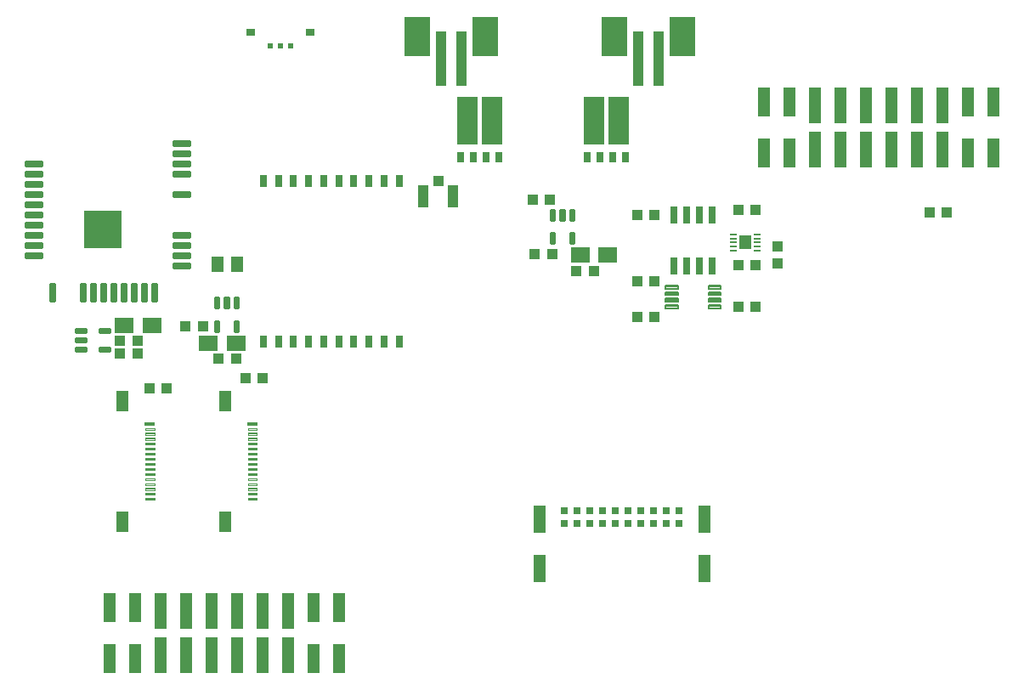
<source format=gbr>
G04 EAGLE Gerber RS-274X export*
G75*
%MOMM*%
%FSLAX34Y34*%
%LPD*%
%INSolderpaste Top*%
%IPPOS*%
%AMOC8*
5,1,8,0,0,1.08239X$1,22.5*%
G01*
%ADD10R,1.270000X3.000000*%
%ADD11R,1.270000X3.680000*%
%ADD12C,0.350000*%
%ADD13R,3.700000X3.700000*%
%ADD14R,0.635000X1.270000*%
%ADD15C,0.243678*%
%ADD16R,1.950000X1.500000*%
%ADD17R,1.050000X1.080000*%
%ADD18R,0.720000X1.780000*%
%ADD19R,1.100000X1.000000*%
%ADD20C,0.196759*%
%ADD21R,1.000000X1.100000*%
%ADD22R,0.900000X0.700000*%
%ADD23R,0.600000X0.600000*%
%ADD24R,2.082800X4.851400*%
%ADD25R,0.762000X0.990600*%
%ADD26R,1.000000X5.500000*%
%ADD27R,2.600000X4.000000*%
%ADD28C,0.120000*%
%ADD29R,1.000000X0.300000*%
%ADD30R,1.300000X2.000000*%
%ADD31R,0.800000X0.800000*%
%ADD32R,1.200000X2.700000*%
%ADD33R,0.650000X0.200000*%
%ADD34R,1.300000X1.400000*%
%ADD35R,1.050000X2.200000*%
%ADD36R,1.050000X1.000000*%
%ADD37R,1.300000X1.500000*%


D10*
X1071400Y1066600D03*
X1096800Y1066600D03*
D11*
X1122200Y1070000D03*
X1147600Y1070000D03*
X1173000Y1070000D03*
X1198400Y1070000D03*
X1223800Y1070000D03*
X1249200Y1070000D03*
D10*
X1274600Y1066600D03*
X1300000Y1066600D03*
X1300000Y1117400D03*
X1274600Y1117400D03*
D11*
X1249200Y1114000D03*
X1223800Y1114000D03*
X1198400Y1114000D03*
X1173000Y1114000D03*
X1147600Y1114000D03*
X1122200Y1114000D03*
D10*
X1096800Y1117400D03*
X1071400Y1117400D03*
X648600Y613400D03*
X623200Y613400D03*
D11*
X597800Y610000D03*
X572400Y610000D03*
X547000Y610000D03*
X521600Y610000D03*
X496200Y610000D03*
X470800Y610000D03*
D10*
X445400Y613400D03*
X420000Y613400D03*
X420000Y562600D03*
X445400Y562600D03*
D11*
X470800Y566000D03*
X496200Y566000D03*
X521600Y566000D03*
X547000Y566000D03*
X572400Y566000D03*
X597800Y566000D03*
D10*
X623200Y562600D03*
X648600Y562600D03*
D12*
X499336Y952046D02*
X483836Y952046D01*
X483836Y955546D01*
X499336Y955546D01*
X499336Y952046D01*
X499336Y955371D02*
X483836Y955371D01*
X352036Y962206D02*
X336536Y962206D01*
X336536Y965706D01*
X352036Y965706D01*
X352036Y962206D01*
X352036Y965531D02*
X336536Y965531D01*
X336536Y972366D02*
X352036Y972366D01*
X336536Y972366D02*
X336536Y975866D01*
X352036Y975866D01*
X352036Y972366D01*
X352036Y975691D02*
X336536Y975691D01*
X336536Y982526D02*
X352036Y982526D01*
X336536Y982526D02*
X336536Y986026D01*
X352036Y986026D01*
X352036Y982526D01*
X352036Y985851D02*
X336536Y985851D01*
X336536Y992686D02*
X352036Y992686D01*
X336536Y992686D02*
X336536Y996186D01*
X352036Y996186D01*
X352036Y992686D01*
X352036Y996011D02*
X336536Y996011D01*
X336536Y1002846D02*
X352036Y1002846D01*
X336536Y1002846D02*
X336536Y1006346D01*
X352036Y1006346D01*
X352036Y1002846D01*
X352036Y1006171D02*
X336536Y1006171D01*
X336536Y1013006D02*
X352036Y1013006D01*
X336536Y1013006D02*
X336536Y1016506D01*
X352036Y1016506D01*
X352036Y1013006D01*
X352036Y1016331D02*
X336536Y1016331D01*
X336536Y1023166D02*
X352036Y1023166D01*
X336536Y1023166D02*
X336536Y1026666D01*
X352036Y1026666D01*
X352036Y1023166D01*
X352036Y1026491D02*
X336536Y1026491D01*
X336536Y1033326D02*
X352036Y1033326D01*
X336536Y1033326D02*
X336536Y1036826D01*
X352036Y1036826D01*
X352036Y1033326D01*
X352036Y1036651D02*
X336536Y1036651D01*
X336536Y1043486D02*
X352036Y1043486D01*
X336536Y1043486D02*
X336536Y1046986D01*
X352036Y1046986D01*
X352036Y1043486D01*
X352036Y1046811D02*
X336536Y1046811D01*
X336536Y1053646D02*
X352036Y1053646D01*
X336536Y1053646D02*
X336536Y1057146D01*
X352036Y1057146D01*
X352036Y1053646D01*
X352036Y1056971D02*
X336536Y1056971D01*
X483836Y962206D02*
X499336Y962206D01*
X483836Y962206D02*
X483836Y965706D01*
X499336Y965706D01*
X499336Y962206D01*
X499336Y965531D02*
X483836Y965531D01*
X483836Y972366D02*
X499336Y972366D01*
X483836Y972366D02*
X483836Y975866D01*
X499336Y975866D01*
X499336Y972366D01*
X499336Y975691D02*
X483836Y975691D01*
X483836Y982526D02*
X499336Y982526D01*
X483836Y982526D02*
X483836Y986026D01*
X499336Y986026D01*
X499336Y982526D01*
X499336Y985851D02*
X483836Y985851D01*
X483836Y1023166D02*
X499336Y1023166D01*
X483836Y1023166D02*
X483836Y1026666D01*
X499336Y1026666D01*
X499336Y1023166D01*
X499336Y1026491D02*
X483836Y1026491D01*
X483836Y1043486D02*
X499336Y1043486D01*
X483836Y1043486D02*
X483836Y1046986D01*
X499336Y1046986D01*
X499336Y1043486D01*
X499336Y1046811D02*
X483836Y1046811D01*
X483836Y1053646D02*
X499336Y1053646D01*
X483836Y1053646D02*
X483836Y1057146D01*
X499336Y1057146D01*
X499336Y1053646D01*
X499336Y1056971D02*
X483836Y1056971D01*
X483836Y1063806D02*
X499336Y1063806D01*
X483836Y1063806D02*
X483836Y1067306D01*
X499336Y1067306D01*
X499336Y1063806D01*
X499336Y1067131D02*
X483836Y1067131D01*
X483836Y1073966D02*
X499336Y1073966D01*
X483836Y1073966D02*
X483836Y1077466D01*
X499336Y1077466D01*
X499336Y1073966D01*
X499336Y1077291D02*
X483836Y1077291D01*
X365036Y934846D02*
X365036Y919346D01*
X361536Y919346D01*
X361536Y934846D01*
X365036Y934846D01*
X365036Y922671D02*
X361536Y922671D01*
X361536Y925996D02*
X365036Y925996D01*
X365036Y929321D02*
X361536Y929321D01*
X361536Y932646D02*
X365036Y932646D01*
X395516Y934846D02*
X395516Y919346D01*
X392016Y919346D01*
X392016Y934846D01*
X395516Y934846D01*
X395516Y922671D02*
X392016Y922671D01*
X392016Y925996D02*
X395516Y925996D01*
X395516Y929321D02*
X392016Y929321D01*
X392016Y932646D02*
X395516Y932646D01*
X405676Y934846D02*
X405676Y919346D01*
X402176Y919346D01*
X402176Y934846D01*
X405676Y934846D01*
X405676Y922671D02*
X402176Y922671D01*
X402176Y925996D02*
X405676Y925996D01*
X405676Y929321D02*
X402176Y929321D01*
X402176Y932646D02*
X405676Y932646D01*
X415836Y934846D02*
X415836Y919346D01*
X412336Y919346D01*
X412336Y934846D01*
X415836Y934846D01*
X415836Y922671D02*
X412336Y922671D01*
X412336Y925996D02*
X415836Y925996D01*
X415836Y929321D02*
X412336Y929321D01*
X412336Y932646D02*
X415836Y932646D01*
X425996Y934846D02*
X425996Y919346D01*
X422496Y919346D01*
X422496Y934846D01*
X425996Y934846D01*
X425996Y922671D02*
X422496Y922671D01*
X422496Y925996D02*
X425996Y925996D01*
X425996Y929321D02*
X422496Y929321D01*
X422496Y932646D02*
X425996Y932646D01*
X436156Y934846D02*
X436156Y919346D01*
X432656Y919346D01*
X432656Y934846D01*
X436156Y934846D01*
X436156Y922671D02*
X432656Y922671D01*
X432656Y925996D02*
X436156Y925996D01*
X436156Y929321D02*
X432656Y929321D01*
X432656Y932646D02*
X436156Y932646D01*
X446316Y934846D02*
X446316Y919346D01*
X442816Y919346D01*
X442816Y934846D01*
X446316Y934846D01*
X446316Y922671D02*
X442816Y922671D01*
X442816Y925996D02*
X446316Y925996D01*
X446316Y929321D02*
X442816Y929321D01*
X442816Y932646D02*
X446316Y932646D01*
X456476Y934846D02*
X456476Y919346D01*
X452976Y919346D01*
X452976Y934846D01*
X456476Y934846D01*
X456476Y922671D02*
X452976Y922671D01*
X452976Y925996D02*
X456476Y925996D01*
X456476Y929321D02*
X452976Y929321D01*
X452976Y932646D02*
X456476Y932646D01*
X466636Y934846D02*
X466636Y919346D01*
X463136Y919346D01*
X463136Y934846D01*
X466636Y934846D01*
X466636Y922671D02*
X463136Y922671D01*
X463136Y925996D02*
X466636Y925996D01*
X466636Y929321D02*
X463136Y929321D01*
X463136Y932646D02*
X466636Y932646D01*
D13*
X413086Y989796D03*
D14*
X573012Y878260D03*
X588012Y878260D03*
X603012Y878260D03*
X618012Y878260D03*
X633012Y878260D03*
X648012Y878260D03*
X663012Y878260D03*
X678012Y878260D03*
X693012Y878260D03*
X708012Y878260D03*
X708012Y1038260D03*
X693012Y1038260D03*
X678012Y1038260D03*
X663012Y1038260D03*
X648012Y1038260D03*
X633012Y1038260D03*
X618012Y1038260D03*
X603012Y1038260D03*
X588012Y1038260D03*
X573012Y1038260D03*
D15*
X543756Y922577D02*
X543756Y912395D01*
X543756Y922577D02*
X547412Y922577D01*
X547412Y912395D01*
X543756Y912395D01*
X543756Y914710D02*
X547412Y914710D01*
X547412Y917025D02*
X543756Y917025D01*
X543756Y919340D02*
X547412Y919340D01*
X547412Y921655D02*
X543756Y921655D01*
X534256Y922577D02*
X534256Y912395D01*
X534256Y922577D02*
X537912Y922577D01*
X537912Y912395D01*
X534256Y912395D01*
X534256Y914710D02*
X537912Y914710D01*
X537912Y917025D02*
X534256Y917025D01*
X534256Y919340D02*
X537912Y919340D01*
X537912Y921655D02*
X534256Y921655D01*
X524756Y922577D02*
X524756Y912395D01*
X524756Y922577D02*
X528412Y922577D01*
X528412Y912395D01*
X524756Y912395D01*
X524756Y914710D02*
X528412Y914710D01*
X528412Y917025D02*
X524756Y917025D01*
X524756Y919340D02*
X528412Y919340D01*
X528412Y921655D02*
X524756Y921655D01*
X524756Y899077D02*
X524756Y888895D01*
X524756Y899077D02*
X528412Y899077D01*
X528412Y888895D01*
X524756Y888895D01*
X524756Y891210D02*
X528412Y891210D01*
X528412Y893525D02*
X524756Y893525D01*
X524756Y895840D02*
X528412Y895840D01*
X528412Y898155D02*
X524756Y898155D01*
X543756Y899077D02*
X543756Y888895D01*
X543756Y899077D02*
X547412Y899077D01*
X547412Y888895D01*
X543756Y888895D01*
X543756Y891210D02*
X547412Y891210D01*
X547412Y893525D02*
X543756Y893525D01*
X543756Y895840D02*
X547412Y895840D01*
X547412Y898155D02*
X543756Y898155D01*
X396277Y887768D02*
X386095Y887768D01*
X386095Y891424D01*
X396277Y891424D01*
X396277Y887768D01*
X396277Y890083D02*
X386095Y890083D01*
X386095Y878268D02*
X396277Y878268D01*
X386095Y878268D02*
X386095Y881924D01*
X396277Y881924D01*
X396277Y878268D01*
X396277Y880583D02*
X386095Y880583D01*
X386095Y868768D02*
X396277Y868768D01*
X386095Y868768D02*
X386095Y872424D01*
X396277Y872424D01*
X396277Y868768D01*
X396277Y871083D02*
X386095Y871083D01*
X409595Y868768D02*
X419777Y868768D01*
X409595Y868768D02*
X409595Y872424D01*
X419777Y872424D01*
X419777Y868768D01*
X419777Y871083D02*
X409595Y871083D01*
X409595Y887768D02*
X419777Y887768D01*
X409595Y887768D02*
X409595Y891424D01*
X419777Y891424D01*
X419777Y887768D01*
X419777Y890083D02*
X409595Y890083D01*
D16*
X434186Y894096D03*
X461686Y894096D03*
X545834Y876736D03*
X518334Y876736D03*
D17*
X430186Y866096D03*
X447686Y866096D03*
X512834Y893736D03*
X495334Y893736D03*
X430186Y879096D03*
X447686Y879096D03*
X545834Y861736D03*
X528334Y861736D03*
D18*
X982250Y953348D03*
X982250Y1004212D03*
X994950Y953348D03*
X1007650Y953348D03*
X994950Y1004212D03*
X1007650Y1004212D03*
X1020350Y953348D03*
X1020350Y1004212D03*
D19*
X945810Y902580D03*
X962810Y902580D03*
X945810Y938140D03*
X962810Y938140D03*
D20*
X973725Y931175D02*
X985875Y931175D01*
X973725Y931175D02*
X973725Y934125D01*
X985875Y934125D01*
X985875Y931175D01*
X985875Y933045D02*
X973725Y933045D01*
X973725Y924675D02*
X985875Y924675D01*
X973725Y924675D02*
X973725Y927625D01*
X985875Y927625D01*
X985875Y924675D01*
X985875Y926545D02*
X973725Y926545D01*
X973725Y918175D02*
X985875Y918175D01*
X973725Y918175D02*
X973725Y921125D01*
X985875Y921125D01*
X985875Y918175D01*
X985875Y920045D02*
X973725Y920045D01*
X973725Y911675D02*
X985875Y911675D01*
X973725Y911675D02*
X973725Y914625D01*
X985875Y914625D01*
X985875Y911675D01*
X985875Y913545D02*
X973725Y913545D01*
X1016725Y911675D02*
X1028875Y911675D01*
X1016725Y911675D02*
X1016725Y914625D01*
X1028875Y914625D01*
X1028875Y911675D01*
X1028875Y913545D02*
X1016725Y913545D01*
X1016725Y918175D02*
X1028875Y918175D01*
X1016725Y918175D02*
X1016725Y921125D01*
X1028875Y921125D01*
X1028875Y918175D01*
X1028875Y920045D02*
X1016725Y920045D01*
X1016725Y924675D02*
X1028875Y924675D01*
X1016725Y924675D02*
X1016725Y927625D01*
X1028875Y927625D01*
X1028875Y924675D01*
X1028875Y926545D02*
X1016725Y926545D01*
X1016725Y931175D02*
X1028875Y931175D01*
X1016725Y931175D02*
X1016725Y934125D01*
X1028875Y934125D01*
X1028875Y931175D01*
X1028875Y933045D02*
X1016725Y933045D01*
D19*
X1046140Y912740D03*
X1063140Y912740D03*
X962810Y1004180D03*
X945810Y1004180D03*
X1046140Y1009260D03*
X1063140Y1009260D03*
X1063140Y954650D03*
X1046140Y954650D03*
D21*
X1085120Y973310D03*
X1085120Y956310D03*
D15*
X878192Y999667D02*
X878192Y1009849D01*
X881848Y1009849D01*
X881848Y999667D01*
X878192Y999667D01*
X878192Y1001982D02*
X881848Y1001982D01*
X881848Y1004297D02*
X878192Y1004297D01*
X878192Y1006612D02*
X881848Y1006612D01*
X881848Y1008927D02*
X878192Y1008927D01*
X868692Y1009849D02*
X868692Y999667D01*
X868692Y1009849D02*
X872348Y1009849D01*
X872348Y999667D01*
X868692Y999667D01*
X868692Y1001982D02*
X872348Y1001982D01*
X872348Y1004297D02*
X868692Y1004297D01*
X868692Y1006612D02*
X872348Y1006612D01*
X872348Y1008927D02*
X868692Y1008927D01*
X859192Y1009849D02*
X859192Y999667D01*
X859192Y1009849D02*
X862848Y1009849D01*
X862848Y999667D01*
X859192Y999667D01*
X859192Y1001982D02*
X862848Y1001982D01*
X862848Y1004297D02*
X859192Y1004297D01*
X859192Y1006612D02*
X862848Y1006612D01*
X862848Y1008927D02*
X859192Y1008927D01*
X859192Y986349D02*
X859192Y976167D01*
X859192Y986349D02*
X862848Y986349D01*
X862848Y976167D01*
X859192Y976167D01*
X859192Y978482D02*
X862848Y978482D01*
X862848Y980797D02*
X859192Y980797D01*
X859192Y983112D02*
X862848Y983112D01*
X862848Y985427D02*
X859192Y985427D01*
X878192Y986349D02*
X878192Y976167D01*
X878192Y986349D02*
X881848Y986349D01*
X881848Y976167D01*
X878192Y976167D01*
X878192Y978482D02*
X881848Y978482D01*
X881848Y980797D02*
X878192Y980797D01*
X878192Y983112D02*
X881848Y983112D01*
X881848Y985427D02*
X878192Y985427D01*
D16*
X888594Y964984D03*
X916094Y964984D03*
D17*
X860846Y965364D03*
X843346Y965364D03*
X884578Y948636D03*
X902078Y948636D03*
D22*
X619936Y1186176D03*
X559936Y1186176D03*
D23*
X589936Y1172626D03*
X599936Y1172626D03*
X579936Y1172626D03*
D19*
X841060Y1019816D03*
X858060Y1019816D03*
D24*
X775798Y1098833D03*
X800690Y1098833D03*
D25*
X781894Y1062257D03*
X769194Y1062257D03*
X794594Y1062257D03*
X807294Y1062257D03*
D24*
X902186Y1098833D03*
X927078Y1098833D03*
D25*
X908282Y1062257D03*
X895582Y1062257D03*
X920982Y1062257D03*
X933682Y1062257D03*
D26*
X966260Y1160000D03*
X946260Y1160000D03*
D27*
X990260Y1182500D03*
X922260Y1182500D03*
D26*
X770000Y1160000D03*
X750000Y1160000D03*
D27*
X794000Y1182500D03*
X726000Y1182500D03*
D28*
X455416Y762352D02*
X455416Y760552D01*
X455416Y762352D02*
X464216Y762352D01*
X464216Y760552D01*
X455416Y760552D01*
X455416Y761692D02*
X464216Y761692D01*
X455416Y757352D02*
X455416Y755552D01*
X455416Y757352D02*
X464216Y757352D01*
X464216Y755552D01*
X455416Y755552D01*
X455416Y756692D02*
X464216Y756692D01*
X455416Y765552D02*
X455416Y767352D01*
X464216Y767352D01*
X464216Y765552D01*
X455416Y765552D01*
X455416Y766692D02*
X464216Y766692D01*
X455416Y770552D02*
X455416Y772352D01*
X464216Y772352D01*
X464216Y770552D01*
X455416Y770552D01*
X455416Y771692D02*
X464216Y771692D01*
X455416Y775552D02*
X455416Y777352D01*
X464216Y777352D01*
X464216Y775552D01*
X455416Y775552D01*
X455416Y776692D02*
X464216Y776692D01*
X455416Y780552D02*
X455416Y782352D01*
X464216Y782352D01*
X464216Y780552D01*
X455416Y780552D01*
X455416Y781692D02*
X464216Y781692D01*
X455416Y785552D02*
X455416Y787352D01*
X464216Y787352D01*
X464216Y785552D01*
X455416Y785552D01*
X455416Y786692D02*
X464216Y786692D01*
X455416Y790552D02*
X455416Y792352D01*
X464216Y792352D01*
X464216Y790552D01*
X455416Y790552D01*
X455416Y791692D02*
X464216Y791692D01*
D29*
X459816Y796452D03*
D28*
X455416Y752352D02*
X455416Y750552D01*
X455416Y752352D02*
X464216Y752352D01*
X464216Y750552D01*
X455416Y750552D01*
X455416Y751692D02*
X464216Y751692D01*
X455416Y747352D02*
X455416Y745552D01*
X455416Y747352D02*
X464216Y747352D01*
X464216Y745552D01*
X455416Y745552D01*
X455416Y746692D02*
X464216Y746692D01*
X455416Y742352D02*
X455416Y740552D01*
X455416Y742352D02*
X464216Y742352D01*
X464216Y740552D01*
X455416Y740552D01*
X455416Y741692D02*
X464216Y741692D01*
X455416Y737352D02*
X455416Y735552D01*
X455416Y737352D02*
X464216Y737352D01*
X464216Y735552D01*
X455416Y735552D01*
X455416Y736692D02*
X464216Y736692D01*
X455416Y732352D02*
X455416Y730552D01*
X455416Y732352D02*
X464216Y732352D01*
X464216Y730552D01*
X455416Y730552D01*
X455416Y731692D02*
X464216Y731692D01*
X455416Y727352D02*
X455416Y725552D01*
X455416Y727352D02*
X464216Y727352D01*
X464216Y725552D01*
X455416Y725552D01*
X455416Y726692D02*
X464216Y726692D01*
X455416Y722352D02*
X455416Y720552D01*
X455416Y722352D02*
X464216Y722352D01*
X464216Y720552D01*
X455416Y720552D01*
X455416Y721692D02*
X464216Y721692D01*
D30*
X432816Y698452D03*
X432816Y819452D03*
D28*
X557524Y762352D02*
X557524Y760552D01*
X557524Y762352D02*
X566324Y762352D01*
X566324Y760552D01*
X557524Y760552D01*
X557524Y761692D02*
X566324Y761692D01*
X557524Y757352D02*
X557524Y755552D01*
X557524Y757352D02*
X566324Y757352D01*
X566324Y755552D01*
X557524Y755552D01*
X557524Y756692D02*
X566324Y756692D01*
X557524Y765552D02*
X557524Y767352D01*
X566324Y767352D01*
X566324Y765552D01*
X557524Y765552D01*
X557524Y766692D02*
X566324Y766692D01*
X557524Y770552D02*
X557524Y772352D01*
X566324Y772352D01*
X566324Y770552D01*
X557524Y770552D01*
X557524Y771692D02*
X566324Y771692D01*
X557524Y775552D02*
X557524Y777352D01*
X566324Y777352D01*
X566324Y775552D01*
X557524Y775552D01*
X557524Y776692D02*
X566324Y776692D01*
X557524Y780552D02*
X557524Y782352D01*
X566324Y782352D01*
X566324Y780552D01*
X557524Y780552D01*
X557524Y781692D02*
X566324Y781692D01*
X557524Y785552D02*
X557524Y787352D01*
X566324Y787352D01*
X566324Y785552D01*
X557524Y785552D01*
X557524Y786692D02*
X566324Y786692D01*
X557524Y790552D02*
X557524Y792352D01*
X566324Y792352D01*
X566324Y790552D01*
X557524Y790552D01*
X557524Y791692D02*
X566324Y791692D01*
D29*
X561924Y796452D03*
D28*
X557524Y752352D02*
X557524Y750552D01*
X557524Y752352D02*
X566324Y752352D01*
X566324Y750552D01*
X557524Y750552D01*
X557524Y751692D02*
X566324Y751692D01*
X557524Y747352D02*
X557524Y745552D01*
X557524Y747352D02*
X566324Y747352D01*
X566324Y745552D01*
X557524Y745552D01*
X557524Y746692D02*
X566324Y746692D01*
X557524Y742352D02*
X557524Y740552D01*
X557524Y742352D02*
X566324Y742352D01*
X566324Y740552D01*
X557524Y740552D01*
X557524Y741692D02*
X566324Y741692D01*
X557524Y737352D02*
X557524Y735552D01*
X557524Y737352D02*
X566324Y737352D01*
X566324Y735552D01*
X557524Y735552D01*
X557524Y736692D02*
X566324Y736692D01*
X557524Y732352D02*
X557524Y730552D01*
X557524Y732352D02*
X566324Y732352D01*
X566324Y730552D01*
X557524Y730552D01*
X557524Y731692D02*
X566324Y731692D01*
X557524Y727352D02*
X557524Y725552D01*
X557524Y727352D02*
X566324Y727352D01*
X566324Y725552D01*
X557524Y725552D01*
X557524Y726692D02*
X566324Y726692D01*
X557524Y722352D02*
X557524Y720552D01*
X557524Y722352D02*
X566324Y722352D01*
X566324Y720552D01*
X557524Y720552D01*
X557524Y721692D02*
X566324Y721692D01*
D30*
X534924Y698452D03*
X534924Y819452D03*
D31*
X872850Y709700D03*
X885550Y709700D03*
X898250Y709700D03*
X910950Y709700D03*
X923650Y709700D03*
X936350Y709700D03*
X949050Y709700D03*
X961750Y709700D03*
X974450Y709700D03*
X987150Y709700D03*
X987150Y697000D03*
X974450Y697000D03*
X961750Y697000D03*
X949050Y697000D03*
X936350Y697000D03*
X923650Y697000D03*
X910950Y697000D03*
X898250Y697000D03*
X885550Y697000D03*
X872850Y697000D03*
D32*
X847900Y652500D03*
X1012100Y652500D03*
X1012100Y701500D03*
X847900Y701500D03*
D33*
X1040750Y985000D03*
X1040750Y981000D03*
X1040750Y977000D03*
X1040750Y973000D03*
X1040750Y969000D03*
X1065250Y969000D03*
X1065250Y973000D03*
X1065250Y977000D03*
X1065250Y981000D03*
X1065250Y985000D03*
D34*
X1053000Y977000D03*
D35*
X761750Y1023000D03*
X732250Y1023000D03*
D36*
X747000Y1038250D03*
D37*
X527500Y955000D03*
X546500Y955000D03*
D19*
X476500Y832000D03*
X459500Y832000D03*
X572500Y842000D03*
X555500Y842000D03*
X1236500Y1007000D03*
X1253500Y1007000D03*
M02*

</source>
